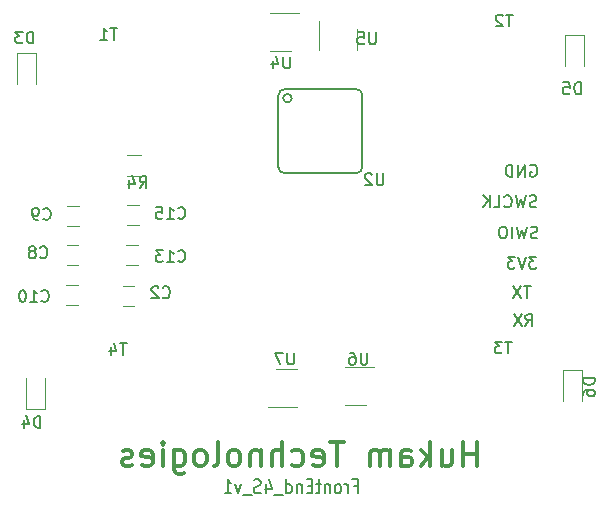
<source format=gbo>
G04 #@! TF.GenerationSoftware,KiCad,Pcbnew,5.1.6-c6e7f7d~87~ubuntu18.04.1*
G04 #@! TF.CreationDate,2020-10-14T05:15:15+05:30*
G04 #@! TF.ProjectId,FrontEnd_4S,46726f6e-7445-46e6-945f-34532e6b6963,rev?*
G04 #@! TF.SameCoordinates,Original*
G04 #@! TF.FileFunction,Legend,Bot*
G04 #@! TF.FilePolarity,Positive*
%FSLAX46Y46*%
G04 Gerber Fmt 4.6, Leading zero omitted, Abs format (unit mm)*
G04 Created by KiCad (PCBNEW 5.1.6-c6e7f7d~87~ubuntu18.04.1) date 2020-10-14 05:15:15*
%MOMM*%
%LPD*%
G01*
G04 APERTURE LIST*
%ADD10C,0.150000*%
%ADD11C,0.200000*%
%ADD12C,0.300000*%
%ADD13C,0.120000*%
G04 APERTURE END LIST*
D10*
X137725446Y-99027240D02*
X138058780Y-98551050D01*
X138296875Y-99027240D02*
X138296875Y-98027240D01*
X137915922Y-98027240D01*
X137820684Y-98074860D01*
X137773065Y-98122479D01*
X137725446Y-98217717D01*
X137725446Y-98360574D01*
X137773065Y-98455812D01*
X137820684Y-98503431D01*
X137915922Y-98551050D01*
X138296875Y-98551050D01*
X137392113Y-98027240D02*
X136725446Y-99027240D01*
X136725446Y-98027240D02*
X137392113Y-99027240D01*
X138163204Y-95685360D02*
X137591776Y-95685360D01*
X137877490Y-96685360D02*
X137877490Y-95685360D01*
X137353680Y-95685360D02*
X136687014Y-96685360D01*
X136687014Y-95685360D02*
X137353680Y-96685360D01*
X138639395Y-93183460D02*
X138020347Y-93183460D01*
X138353680Y-93564413D01*
X138210823Y-93564413D01*
X138115585Y-93612032D01*
X138067966Y-93659651D01*
X138020347Y-93754889D01*
X138020347Y-93992984D01*
X138067966Y-94088222D01*
X138115585Y-94135841D01*
X138210823Y-94183460D01*
X138496538Y-94183460D01*
X138591776Y-94135841D01*
X138639395Y-94088222D01*
X137734633Y-93183460D02*
X137401300Y-94183460D01*
X137067966Y-93183460D01*
X136829871Y-93183460D02*
X136210823Y-93183460D01*
X136544157Y-93564413D01*
X136401300Y-93564413D01*
X136306061Y-93612032D01*
X136258442Y-93659651D01*
X136210823Y-93754889D01*
X136210823Y-93992984D01*
X136258442Y-94088222D01*
X136306061Y-94135841D01*
X136401300Y-94183460D01*
X136687014Y-94183460D01*
X136782252Y-94135841D01*
X136829871Y-94088222D01*
X138649744Y-88946621D02*
X138506887Y-88994240D01*
X138268792Y-88994240D01*
X138173554Y-88946621D01*
X138125935Y-88899002D01*
X138078316Y-88803764D01*
X138078316Y-88708526D01*
X138125935Y-88613288D01*
X138173554Y-88565669D01*
X138268792Y-88518050D01*
X138459268Y-88470431D01*
X138554506Y-88422812D01*
X138602125Y-88375193D01*
X138649744Y-88279955D01*
X138649744Y-88184717D01*
X138602125Y-88089479D01*
X138554506Y-88041860D01*
X138459268Y-87994240D01*
X138221173Y-87994240D01*
X138078316Y-88041860D01*
X137744982Y-87994240D02*
X137506887Y-88994240D01*
X137316411Y-88279955D01*
X137125935Y-88994240D01*
X136887840Y-87994240D01*
X135935459Y-88899002D02*
X135983078Y-88946621D01*
X136125935Y-88994240D01*
X136221173Y-88994240D01*
X136364030Y-88946621D01*
X136459268Y-88851383D01*
X136506887Y-88756145D01*
X136554506Y-88565669D01*
X136554506Y-88422812D01*
X136506887Y-88232336D01*
X136459268Y-88137098D01*
X136364030Y-88041860D01*
X136221173Y-87994240D01*
X136125935Y-87994240D01*
X135983078Y-88041860D01*
X135935459Y-88089479D01*
X135030697Y-88994240D02*
X135506887Y-88994240D01*
X135506887Y-87994240D01*
X134697363Y-88994240D02*
X134697363Y-87994240D01*
X134125935Y-88994240D02*
X134554506Y-88422812D01*
X134125935Y-87994240D02*
X134697363Y-88565669D01*
X138730787Y-91572981D02*
X138587930Y-91620600D01*
X138349835Y-91620600D01*
X138254597Y-91572981D01*
X138206978Y-91525362D01*
X138159359Y-91430124D01*
X138159359Y-91334886D01*
X138206978Y-91239648D01*
X138254597Y-91192029D01*
X138349835Y-91144410D01*
X138540311Y-91096791D01*
X138635549Y-91049172D01*
X138683168Y-91001553D01*
X138730787Y-90906315D01*
X138730787Y-90811077D01*
X138683168Y-90715839D01*
X138635549Y-90668220D01*
X138540311Y-90620600D01*
X138302216Y-90620600D01*
X138159359Y-90668220D01*
X137826025Y-90620600D02*
X137587930Y-91620600D01*
X137397454Y-90906315D01*
X137206978Y-91620600D01*
X136968882Y-90620600D01*
X136587930Y-91620600D02*
X136587930Y-90620600D01*
X135921263Y-90620600D02*
X135730787Y-90620600D01*
X135635549Y-90668220D01*
X135540311Y-90763458D01*
X135492692Y-90953934D01*
X135492692Y-91287267D01*
X135540311Y-91477743D01*
X135635549Y-91572981D01*
X135730787Y-91620600D01*
X135921263Y-91620600D01*
X136016501Y-91572981D01*
X136111740Y-91477743D01*
X136159359Y-91287267D01*
X136159359Y-90953934D01*
X136111740Y-90763458D01*
X136016501Y-90668220D01*
X135921263Y-90620600D01*
X138135264Y-85443440D02*
X138230502Y-85395820D01*
X138373360Y-85395820D01*
X138516217Y-85443440D01*
X138611455Y-85538678D01*
X138659074Y-85633916D01*
X138706693Y-85824392D01*
X138706693Y-85967249D01*
X138659074Y-86157725D01*
X138611455Y-86252963D01*
X138516217Y-86348201D01*
X138373360Y-86395820D01*
X138278121Y-86395820D01*
X138135264Y-86348201D01*
X138087645Y-86300582D01*
X138087645Y-85967249D01*
X138278121Y-85967249D01*
X137659074Y-86395820D02*
X137659074Y-85395820D01*
X137087645Y-86395820D01*
X137087645Y-85395820D01*
X136611455Y-86395820D02*
X136611455Y-85395820D01*
X136373360Y-85395820D01*
X136230502Y-85443440D01*
X136135264Y-85538678D01*
X136087645Y-85633916D01*
X136040026Y-85824392D01*
X136040026Y-85967249D01*
X136087645Y-86157725D01*
X136135264Y-86252963D01*
X136230502Y-86348201D01*
X136373360Y-86395820D01*
X136611455Y-86395820D01*
D11*
X123205214Y-112586145D02*
X123538547Y-112586145D01*
X123538547Y-113214717D02*
X123538547Y-112014717D01*
X123062357Y-112014717D01*
X122681404Y-113214717D02*
X122681404Y-112414717D01*
X122681404Y-112643288D02*
X122633785Y-112529002D01*
X122586166Y-112471860D01*
X122490928Y-112414717D01*
X122395690Y-112414717D01*
X121919500Y-113214717D02*
X122014738Y-113157574D01*
X122062357Y-113100431D01*
X122109976Y-112986145D01*
X122109976Y-112643288D01*
X122062357Y-112529002D01*
X122014738Y-112471860D01*
X121919500Y-112414717D01*
X121776642Y-112414717D01*
X121681404Y-112471860D01*
X121633785Y-112529002D01*
X121586166Y-112643288D01*
X121586166Y-112986145D01*
X121633785Y-113100431D01*
X121681404Y-113157574D01*
X121776642Y-113214717D01*
X121919500Y-113214717D01*
X121157595Y-112414717D02*
X121157595Y-113214717D01*
X121157595Y-112529002D02*
X121109976Y-112471860D01*
X121014738Y-112414717D01*
X120871880Y-112414717D01*
X120776642Y-112471860D01*
X120729023Y-112586145D01*
X120729023Y-113214717D01*
X120395690Y-112414717D02*
X120014738Y-112414717D01*
X120252833Y-112014717D02*
X120252833Y-113043288D01*
X120205214Y-113157574D01*
X120109976Y-113214717D01*
X120014738Y-113214717D01*
X119681404Y-112586145D02*
X119348071Y-112586145D01*
X119205214Y-113214717D02*
X119681404Y-113214717D01*
X119681404Y-112014717D01*
X119205214Y-112014717D01*
X118776642Y-112414717D02*
X118776642Y-113214717D01*
X118776642Y-112529002D02*
X118729023Y-112471860D01*
X118633785Y-112414717D01*
X118490928Y-112414717D01*
X118395690Y-112471860D01*
X118348071Y-112586145D01*
X118348071Y-113214717D01*
X117443309Y-113214717D02*
X117443309Y-112014717D01*
X117443309Y-113157574D02*
X117538547Y-113214717D01*
X117729023Y-113214717D01*
X117824261Y-113157574D01*
X117871880Y-113100431D01*
X117919500Y-112986145D01*
X117919500Y-112643288D01*
X117871880Y-112529002D01*
X117824261Y-112471860D01*
X117729023Y-112414717D01*
X117538547Y-112414717D01*
X117443309Y-112471860D01*
X117205214Y-113329002D02*
X116443309Y-113329002D01*
X115776642Y-112414717D02*
X115776642Y-113214717D01*
X116014738Y-111957574D02*
X116252833Y-112814717D01*
X115633785Y-112814717D01*
X115300452Y-113157574D02*
X115157595Y-113214717D01*
X114919500Y-113214717D01*
X114824261Y-113157574D01*
X114776642Y-113100431D01*
X114729023Y-112986145D01*
X114729023Y-112871860D01*
X114776642Y-112757574D01*
X114824261Y-112700431D01*
X114919500Y-112643288D01*
X115109976Y-112586145D01*
X115205214Y-112529002D01*
X115252833Y-112471860D01*
X115300452Y-112357574D01*
X115300452Y-112243288D01*
X115252833Y-112129002D01*
X115205214Y-112071860D01*
X115109976Y-112014717D01*
X114871880Y-112014717D01*
X114729023Y-112071860D01*
X114538547Y-113329002D02*
X113776642Y-113329002D01*
X113633785Y-112414717D02*
X113395690Y-113214717D01*
X113157595Y-112414717D01*
X112252833Y-113214717D02*
X112824261Y-113214717D01*
X112538547Y-113214717D02*
X112538547Y-112014717D01*
X112633785Y-112186145D01*
X112729023Y-112300431D01*
X112824261Y-112357574D01*
D12*
X133580540Y-110896921D02*
X133580540Y-108896921D01*
X133580540Y-109849302D02*
X132437683Y-109849302D01*
X132437683Y-110896921D02*
X132437683Y-108896921D01*
X130628160Y-109563588D02*
X130628160Y-110896921D01*
X131485302Y-109563588D02*
X131485302Y-110611207D01*
X131390064Y-110801683D01*
X131199588Y-110896921D01*
X130913874Y-110896921D01*
X130723398Y-110801683D01*
X130628160Y-110706445D01*
X129675779Y-110896921D02*
X129675779Y-108896921D01*
X129485302Y-110135017D02*
X128913874Y-110896921D01*
X128913874Y-109563588D02*
X129675779Y-110325493D01*
X127199588Y-110896921D02*
X127199588Y-109849302D01*
X127294826Y-109658826D01*
X127485302Y-109563588D01*
X127866255Y-109563588D01*
X128056731Y-109658826D01*
X127199588Y-110801683D02*
X127390064Y-110896921D01*
X127866255Y-110896921D01*
X128056731Y-110801683D01*
X128151969Y-110611207D01*
X128151969Y-110420731D01*
X128056731Y-110230255D01*
X127866255Y-110135017D01*
X127390064Y-110135017D01*
X127199588Y-110039779D01*
X126247207Y-110896921D02*
X126247207Y-109563588D01*
X126247207Y-109754064D02*
X126151969Y-109658826D01*
X125961493Y-109563588D01*
X125675779Y-109563588D01*
X125485302Y-109658826D01*
X125390064Y-109849302D01*
X125390064Y-110896921D01*
X125390064Y-109849302D02*
X125294826Y-109658826D01*
X125104350Y-109563588D01*
X124818636Y-109563588D01*
X124628160Y-109658826D01*
X124532921Y-109849302D01*
X124532921Y-110896921D01*
X122342445Y-108896921D02*
X121199588Y-108896921D01*
X121771017Y-110896921D02*
X121771017Y-108896921D01*
X119771017Y-110801683D02*
X119961493Y-110896921D01*
X120342445Y-110896921D01*
X120532921Y-110801683D01*
X120628160Y-110611207D01*
X120628160Y-109849302D01*
X120532921Y-109658826D01*
X120342445Y-109563588D01*
X119961493Y-109563588D01*
X119771017Y-109658826D01*
X119675779Y-109849302D01*
X119675779Y-110039779D01*
X120628160Y-110230255D01*
X117961493Y-110801683D02*
X118151969Y-110896921D01*
X118532921Y-110896921D01*
X118723398Y-110801683D01*
X118818636Y-110706445D01*
X118913874Y-110515969D01*
X118913874Y-109944540D01*
X118818636Y-109754064D01*
X118723398Y-109658826D01*
X118532921Y-109563588D01*
X118151969Y-109563588D01*
X117961493Y-109658826D01*
X117104350Y-110896921D02*
X117104350Y-108896921D01*
X116247207Y-110896921D02*
X116247207Y-109849302D01*
X116342445Y-109658826D01*
X116532921Y-109563588D01*
X116818636Y-109563588D01*
X117009112Y-109658826D01*
X117104350Y-109754064D01*
X115294826Y-109563588D02*
X115294826Y-110896921D01*
X115294826Y-109754064D02*
X115199588Y-109658826D01*
X115009112Y-109563588D01*
X114723398Y-109563588D01*
X114532921Y-109658826D01*
X114437683Y-109849302D01*
X114437683Y-110896921D01*
X113199588Y-110896921D02*
X113390064Y-110801683D01*
X113485302Y-110706445D01*
X113580540Y-110515969D01*
X113580540Y-109944540D01*
X113485302Y-109754064D01*
X113390064Y-109658826D01*
X113199588Y-109563588D01*
X112913874Y-109563588D01*
X112723398Y-109658826D01*
X112628160Y-109754064D01*
X112532921Y-109944540D01*
X112532921Y-110515969D01*
X112628160Y-110706445D01*
X112723398Y-110801683D01*
X112913874Y-110896921D01*
X113199588Y-110896921D01*
X111390064Y-110896921D02*
X111580540Y-110801683D01*
X111675779Y-110611207D01*
X111675779Y-108896921D01*
X110342445Y-110896921D02*
X110532921Y-110801683D01*
X110628160Y-110706445D01*
X110723398Y-110515969D01*
X110723398Y-109944540D01*
X110628160Y-109754064D01*
X110532921Y-109658826D01*
X110342445Y-109563588D01*
X110056731Y-109563588D01*
X109866255Y-109658826D01*
X109771017Y-109754064D01*
X109675779Y-109944540D01*
X109675779Y-110515969D01*
X109771017Y-110706445D01*
X109866255Y-110801683D01*
X110056731Y-110896921D01*
X110342445Y-110896921D01*
X107961493Y-109563588D02*
X107961493Y-111182636D01*
X108056731Y-111373112D01*
X108151969Y-111468350D01*
X108342445Y-111563588D01*
X108628160Y-111563588D01*
X108818636Y-111468350D01*
X107961493Y-110801683D02*
X108151969Y-110896921D01*
X108532921Y-110896921D01*
X108723398Y-110801683D01*
X108818636Y-110706445D01*
X108913874Y-110515969D01*
X108913874Y-109944540D01*
X108818636Y-109754064D01*
X108723398Y-109658826D01*
X108532921Y-109563588D01*
X108151969Y-109563588D01*
X107961493Y-109658826D01*
X107009112Y-110896921D02*
X107009112Y-109563588D01*
X107009112Y-108896921D02*
X107104350Y-108992160D01*
X107009112Y-109087398D01*
X106913874Y-108992160D01*
X107009112Y-108896921D01*
X107009112Y-109087398D01*
X105294826Y-110801683D02*
X105485302Y-110896921D01*
X105866255Y-110896921D01*
X106056731Y-110801683D01*
X106151969Y-110611207D01*
X106151969Y-109849302D01*
X106056731Y-109658826D01*
X105866255Y-109563588D01*
X105485302Y-109563588D01*
X105294826Y-109658826D01*
X105199588Y-109849302D01*
X105199588Y-110039779D01*
X106151969Y-110230255D01*
X104437683Y-110801683D02*
X104247207Y-110896921D01*
X103866255Y-110896921D01*
X103675779Y-110801683D01*
X103580540Y-110611207D01*
X103580540Y-110515969D01*
X103675779Y-110325493D01*
X103866255Y-110230255D01*
X104151969Y-110230255D01*
X104342445Y-110135017D01*
X104437683Y-109944540D01*
X104437683Y-109849302D01*
X104342445Y-109658826D01*
X104151969Y-109563588D01*
X103866255Y-109563588D01*
X103675779Y-109658826D01*
D10*
X117315000Y-78994000D02*
X123411000Y-78994000D01*
X123919000Y-79502000D02*
X123919000Y-85598000D01*
X123411000Y-86106000D02*
X117315000Y-86106000D01*
X116807000Y-85598000D02*
X116807000Y-79502000D01*
X117928210Y-79756000D02*
G75*
G03*
X117928210Y-79756000I-359210J0D01*
G01*
X123919000Y-85598000D02*
G75*
G02*
X123411000Y-86106000I-508000J0D01*
G01*
X123411000Y-78994000D02*
G75*
G02*
X123919000Y-79502000I0J-508000D01*
G01*
X117315000Y-86106000D02*
G75*
G02*
X116807000Y-85598000I0J508000D01*
G01*
X116807000Y-79502000D02*
G75*
G02*
X117315000Y-78994000I508000J0D01*
G01*
D13*
X103957000Y-86353500D02*
X105157000Y-86353500D01*
X105157000Y-84593500D02*
X103957000Y-84593500D01*
X140881000Y-102753000D02*
X140881000Y-105353000D01*
X142481000Y-102753000D02*
X142481000Y-105353000D01*
X140881000Y-102753000D02*
X142481000Y-102753000D01*
X141110000Y-74414600D02*
X141110000Y-77014600D01*
X142710000Y-74414600D02*
X142710000Y-77014600D01*
X141110000Y-74414600D02*
X142710000Y-74414600D01*
X97071100Y-106065000D02*
X97071100Y-103465000D01*
X95471100Y-106065000D02*
X95471100Y-103465000D01*
X97071100Y-106065000D02*
X95471100Y-106065000D01*
X94653200Y-75918200D02*
X94653200Y-78518200D01*
X96253200Y-75918200D02*
X96253200Y-78518200D01*
X94653200Y-75918200D02*
X96253200Y-75918200D01*
X103621000Y-95662400D02*
X104621000Y-95662400D01*
X104621000Y-97362400D02*
X103621000Y-97362400D01*
X98880000Y-92193000D02*
X99880000Y-92193000D01*
X99880000Y-93893000D02*
X98880000Y-93893000D01*
X99920700Y-90565000D02*
X98920700Y-90565000D01*
X98920700Y-88865000D02*
X99920700Y-88865000D01*
X98847000Y-95573500D02*
X99847000Y-95573500D01*
X99847000Y-97273500D02*
X98847000Y-97273500D01*
X104894000Y-93874600D02*
X103894000Y-93874600D01*
X103894000Y-92174600D02*
X104894000Y-92174600D01*
X103998000Y-88758600D02*
X104998000Y-88758600D01*
X104998000Y-90458600D02*
X103998000Y-90458600D01*
X117892000Y-75745000D02*
X116092000Y-75745000D01*
X116092000Y-72525000D02*
X118542000Y-72525000D01*
X120249000Y-75685200D02*
X120249000Y-73235200D01*
X123469000Y-73885200D02*
X123469000Y-75685200D01*
X124225000Y-105742000D02*
X122425000Y-105742000D01*
X122425000Y-102522000D02*
X124875000Y-102522000D01*
X118372000Y-105880000D02*
X115922000Y-105880000D01*
X116572000Y-102660000D02*
X118372000Y-102660000D01*
D10*
X125696884Y-86124800D02*
X125696884Y-86934324D01*
X125649265Y-87029562D01*
X125601646Y-87077181D01*
X125506408Y-87124800D01*
X125315932Y-87124800D01*
X125220694Y-87077181D01*
X125173075Y-87029562D01*
X125125456Y-86934324D01*
X125125456Y-86124800D01*
X124696884Y-86220039D02*
X124649265Y-86172420D01*
X124554027Y-86124800D01*
X124315932Y-86124800D01*
X124220694Y-86172420D01*
X124173075Y-86220039D01*
X124125456Y-86315277D01*
X124125456Y-86410515D01*
X124173075Y-86553372D01*
X124744503Y-87124800D01*
X124125456Y-87124800D01*
X105051326Y-87348280D02*
X105384660Y-86872090D01*
X105622755Y-87348280D02*
X105622755Y-86348280D01*
X105241802Y-86348280D01*
X105146564Y-86395900D01*
X105098945Y-86443519D01*
X105051326Y-86538757D01*
X105051326Y-86681614D01*
X105098945Y-86776852D01*
X105146564Y-86824471D01*
X105241802Y-86872090D01*
X105622755Y-86872090D01*
X104194183Y-86681614D02*
X104194183Y-87348280D01*
X104432279Y-86300661D02*
X104670374Y-87014947D01*
X104051326Y-87014947D01*
X143593880Y-103472664D02*
X142593880Y-103472664D01*
X142593880Y-103710760D01*
X142641500Y-103853617D01*
X142736738Y-103948855D01*
X142831976Y-103996474D01*
X143022452Y-104044093D01*
X143165309Y-104044093D01*
X143355785Y-103996474D01*
X143451023Y-103948855D01*
X143546261Y-103853617D01*
X143593880Y-103710760D01*
X143593880Y-103472664D01*
X142593880Y-104901236D02*
X142593880Y-104710760D01*
X142641500Y-104615521D01*
X142689119Y-104567902D01*
X142831976Y-104472664D01*
X143022452Y-104425045D01*
X143403404Y-104425045D01*
X143498642Y-104472664D01*
X143546261Y-104520283D01*
X143593880Y-104615521D01*
X143593880Y-104805998D01*
X143546261Y-104901236D01*
X143498642Y-104948855D01*
X143403404Y-104996474D01*
X143165309Y-104996474D01*
X143070071Y-104948855D01*
X143022452Y-104901236D01*
X142974833Y-104805998D01*
X142974833Y-104615521D01*
X143022452Y-104520283D01*
X143070071Y-104472664D01*
X143165309Y-104425045D01*
X142411675Y-79413360D02*
X142411675Y-78413360D01*
X142173580Y-78413360D01*
X142030722Y-78460980D01*
X141935484Y-78556218D01*
X141887865Y-78651456D01*
X141840246Y-78841932D01*
X141840246Y-78984789D01*
X141887865Y-79175265D01*
X141935484Y-79270503D01*
X142030722Y-79365741D01*
X142173580Y-79413360D01*
X142411675Y-79413360D01*
X140935484Y-78413360D02*
X141411675Y-78413360D01*
X141459294Y-78889551D01*
X141411675Y-78841932D01*
X141316437Y-78794313D01*
X141078341Y-78794313D01*
X140983103Y-78841932D01*
X140935484Y-78889551D01*
X140887865Y-78984789D01*
X140887865Y-79222884D01*
X140935484Y-79318122D01*
X140983103Y-79365741D01*
X141078341Y-79413360D01*
X141316437Y-79413360D01*
X141411675Y-79365741D01*
X141459294Y-79318122D01*
X96658655Y-107665780D02*
X96658655Y-106665780D01*
X96420560Y-106665780D01*
X96277702Y-106713400D01*
X96182464Y-106808638D01*
X96134845Y-106903876D01*
X96087226Y-107094352D01*
X96087226Y-107237209D01*
X96134845Y-107427685D01*
X96182464Y-107522923D01*
X96277702Y-107618161D01*
X96420560Y-107665780D01*
X96658655Y-107665780D01*
X95230083Y-106999114D02*
X95230083Y-107665780D01*
X95468179Y-106618161D02*
X95706274Y-107332447D01*
X95087226Y-107332447D01*
X96064295Y-75120760D02*
X96064295Y-74120760D01*
X95826200Y-74120760D01*
X95683342Y-74168380D01*
X95588104Y-74263618D01*
X95540485Y-74358856D01*
X95492866Y-74549332D01*
X95492866Y-74692189D01*
X95540485Y-74882665D01*
X95588104Y-74977903D01*
X95683342Y-75073141D01*
X95826200Y-75120760D01*
X96064295Y-75120760D01*
X95159533Y-74120760D02*
X94540485Y-74120760D01*
X94873819Y-74501713D01*
X94730961Y-74501713D01*
X94635723Y-74549332D01*
X94588104Y-74596951D01*
X94540485Y-74692189D01*
X94540485Y-74930284D01*
X94588104Y-75025522D01*
X94635723Y-75073141D01*
X94730961Y-75120760D01*
X95016676Y-75120760D01*
X95111914Y-75073141D01*
X95159533Y-75025522D01*
X103146904Y-73812180D02*
X102575476Y-73812180D01*
X102861190Y-74812180D02*
X102861190Y-73812180D01*
X101718333Y-74812180D02*
X102289761Y-74812180D01*
X102004047Y-74812180D02*
X102004047Y-73812180D01*
X102099285Y-73955038D01*
X102194523Y-74050276D01*
X102289761Y-74097895D01*
X136646904Y-72674280D02*
X136075476Y-72674280D01*
X136361190Y-73674280D02*
X136361190Y-72674280D01*
X135789761Y-72769519D02*
X135742142Y-72721900D01*
X135646904Y-72674280D01*
X135408809Y-72674280D01*
X135313571Y-72721900D01*
X135265952Y-72769519D01*
X135218333Y-72864757D01*
X135218333Y-72959995D01*
X135265952Y-73102852D01*
X135837380Y-73674280D01*
X135218333Y-73674280D01*
X103951904Y-100525380D02*
X103380476Y-100525380D01*
X103666190Y-101525380D02*
X103666190Y-100525380D01*
X102618571Y-100858714D02*
X102618571Y-101525380D01*
X102856666Y-100477761D02*
X103094761Y-101192047D01*
X102475714Y-101192047D01*
X136541904Y-100370380D02*
X135970476Y-100370380D01*
X136256190Y-101370380D02*
X136256190Y-100370380D01*
X135732380Y-100370380D02*
X135113333Y-100370380D01*
X135446666Y-100751333D01*
X135303809Y-100751333D01*
X135208571Y-100798952D01*
X135160952Y-100846571D01*
X135113333Y-100941809D01*
X135113333Y-101179904D01*
X135160952Y-101275142D01*
X135208571Y-101322761D01*
X135303809Y-101370380D01*
X135589523Y-101370380D01*
X135684761Y-101322761D01*
X135732380Y-101275142D01*
X107009786Y-96597762D02*
X107057405Y-96645381D01*
X107200262Y-96693000D01*
X107295500Y-96693000D01*
X107438358Y-96645381D01*
X107533596Y-96550143D01*
X107581215Y-96454905D01*
X107628834Y-96264429D01*
X107628834Y-96121572D01*
X107581215Y-95931096D01*
X107533596Y-95835858D01*
X107438358Y-95740620D01*
X107295500Y-95693000D01*
X107200262Y-95693000D01*
X107057405Y-95740620D01*
X107009786Y-95788239D01*
X106628834Y-95788239D02*
X106581215Y-95740620D01*
X106485977Y-95693000D01*
X106247881Y-95693000D01*
X106152643Y-95740620D01*
X106105024Y-95788239D01*
X106057405Y-95883477D01*
X106057405Y-95978715D01*
X106105024Y-96121572D01*
X106676453Y-96693000D01*
X106057405Y-96693000D01*
X96633326Y-93211922D02*
X96680945Y-93259541D01*
X96823802Y-93307160D01*
X96919040Y-93307160D01*
X97061898Y-93259541D01*
X97157136Y-93164303D01*
X97204755Y-93069065D01*
X97252374Y-92878589D01*
X97252374Y-92735732D01*
X97204755Y-92545256D01*
X97157136Y-92450018D01*
X97061898Y-92354780D01*
X96919040Y-92307160D01*
X96823802Y-92307160D01*
X96680945Y-92354780D01*
X96633326Y-92402399D01*
X96061898Y-92735732D02*
X96157136Y-92688113D01*
X96204755Y-92640494D01*
X96252374Y-92545256D01*
X96252374Y-92497637D01*
X96204755Y-92402399D01*
X96157136Y-92354780D01*
X96061898Y-92307160D01*
X95871421Y-92307160D01*
X95776183Y-92354780D01*
X95728564Y-92402399D01*
X95680945Y-92497637D01*
X95680945Y-92545256D01*
X95728564Y-92640494D01*
X95776183Y-92688113D01*
X95871421Y-92735732D01*
X96061898Y-92735732D01*
X96157136Y-92783351D01*
X96204755Y-92830970D01*
X96252374Y-92926208D01*
X96252374Y-93116684D01*
X96204755Y-93211922D01*
X96157136Y-93259541D01*
X96061898Y-93307160D01*
X95871421Y-93307160D01*
X95776183Y-93259541D01*
X95728564Y-93211922D01*
X95680945Y-93116684D01*
X95680945Y-92926208D01*
X95728564Y-92830970D01*
X95776183Y-92783351D01*
X95871421Y-92735732D01*
X96907646Y-89975962D02*
X96955265Y-90023581D01*
X97098122Y-90071200D01*
X97193360Y-90071200D01*
X97336218Y-90023581D01*
X97431456Y-89928343D01*
X97479075Y-89833105D01*
X97526694Y-89642629D01*
X97526694Y-89499772D01*
X97479075Y-89309296D01*
X97431456Y-89214058D01*
X97336218Y-89118820D01*
X97193360Y-89071200D01*
X97098122Y-89071200D01*
X96955265Y-89118820D01*
X96907646Y-89166439D01*
X96431456Y-90071200D02*
X96240980Y-90071200D01*
X96145741Y-90023581D01*
X96098122Y-89975962D01*
X96002884Y-89833105D01*
X95955265Y-89642629D01*
X95955265Y-89261677D01*
X96002884Y-89166439D01*
X96050503Y-89118820D01*
X96145741Y-89071200D01*
X96336218Y-89071200D01*
X96431456Y-89118820D01*
X96479075Y-89166439D01*
X96526694Y-89261677D01*
X96526694Y-89499772D01*
X96479075Y-89595010D01*
X96431456Y-89642629D01*
X96336218Y-89690248D01*
X96145741Y-89690248D01*
X96050503Y-89642629D01*
X96002884Y-89595010D01*
X95955265Y-89499772D01*
X96743757Y-96902542D02*
X96791376Y-96950161D01*
X96934233Y-96997780D01*
X97029471Y-96997780D01*
X97172328Y-96950161D01*
X97267566Y-96854923D01*
X97315185Y-96759685D01*
X97362804Y-96569209D01*
X97362804Y-96426352D01*
X97315185Y-96235876D01*
X97267566Y-96140638D01*
X97172328Y-96045400D01*
X97029471Y-95997780D01*
X96934233Y-95997780D01*
X96791376Y-96045400D01*
X96743757Y-96093019D01*
X95791376Y-96997780D02*
X96362804Y-96997780D01*
X96077090Y-96997780D02*
X96077090Y-95997780D01*
X96172328Y-96140638D01*
X96267566Y-96235876D01*
X96362804Y-96283495D01*
X95172328Y-95997780D02*
X95077090Y-95997780D01*
X94981852Y-96045400D01*
X94934233Y-96093019D01*
X94886614Y-96188257D01*
X94838995Y-96378733D01*
X94838995Y-96616828D01*
X94886614Y-96807304D01*
X94934233Y-96902542D01*
X94981852Y-96950161D01*
X95077090Y-96997780D01*
X95172328Y-96997780D01*
X95267566Y-96950161D01*
X95315185Y-96902542D01*
X95362804Y-96807304D01*
X95410423Y-96616828D01*
X95410423Y-96378733D01*
X95362804Y-96188257D01*
X95315185Y-96093019D01*
X95267566Y-96045400D01*
X95172328Y-95997780D01*
X108321077Y-93529422D02*
X108368696Y-93577041D01*
X108511553Y-93624660D01*
X108606791Y-93624660D01*
X108749648Y-93577041D01*
X108844886Y-93481803D01*
X108892505Y-93386565D01*
X108940124Y-93196089D01*
X108940124Y-93053232D01*
X108892505Y-92862756D01*
X108844886Y-92767518D01*
X108749648Y-92672280D01*
X108606791Y-92624660D01*
X108511553Y-92624660D01*
X108368696Y-92672280D01*
X108321077Y-92719899D01*
X107368696Y-93624660D02*
X107940124Y-93624660D01*
X107654410Y-93624660D02*
X107654410Y-92624660D01*
X107749648Y-92767518D01*
X107844886Y-92862756D01*
X107940124Y-92910375D01*
X107035362Y-92624660D02*
X106416315Y-92624660D01*
X106749648Y-93005613D01*
X106606791Y-93005613D01*
X106511553Y-93053232D01*
X106463934Y-93100851D01*
X106416315Y-93196089D01*
X106416315Y-93434184D01*
X106463934Y-93529422D01*
X106511553Y-93577041D01*
X106606791Y-93624660D01*
X106892505Y-93624660D01*
X106987743Y-93577041D01*
X107035362Y-93529422D01*
X108321077Y-89884522D02*
X108368696Y-89932141D01*
X108511553Y-89979760D01*
X108606791Y-89979760D01*
X108749648Y-89932141D01*
X108844886Y-89836903D01*
X108892505Y-89741665D01*
X108940124Y-89551189D01*
X108940124Y-89408332D01*
X108892505Y-89217856D01*
X108844886Y-89122618D01*
X108749648Y-89027380D01*
X108606791Y-88979760D01*
X108511553Y-88979760D01*
X108368696Y-89027380D01*
X108321077Y-89074999D01*
X107368696Y-89979760D02*
X107940124Y-89979760D01*
X107654410Y-89979760D02*
X107654410Y-88979760D01*
X107749648Y-89122618D01*
X107844886Y-89217856D01*
X107940124Y-89265475D01*
X106463934Y-88979760D02*
X106940124Y-88979760D01*
X106987743Y-89455951D01*
X106940124Y-89408332D01*
X106844886Y-89360713D01*
X106606791Y-89360713D01*
X106511553Y-89408332D01*
X106463934Y-89455951D01*
X106416315Y-89551189D01*
X106416315Y-89789284D01*
X106463934Y-89884522D01*
X106511553Y-89932141D01*
X106606791Y-89979760D01*
X106844886Y-89979760D01*
X106940124Y-89932141D01*
X106987743Y-89884522D01*
X117807244Y-76234060D02*
X117807244Y-77043584D01*
X117759625Y-77138822D01*
X117712006Y-77186441D01*
X117616768Y-77234060D01*
X117426292Y-77234060D01*
X117331054Y-77186441D01*
X117283435Y-77138822D01*
X117235816Y-77043584D01*
X117235816Y-76234060D01*
X116331054Y-76567394D02*
X116331054Y-77234060D01*
X116569149Y-76186441D02*
X116807244Y-76900727D01*
X116188197Y-76900727D01*
X125069504Y-74181720D02*
X125069504Y-74991244D01*
X125021885Y-75086482D01*
X124974266Y-75134101D01*
X124879028Y-75181720D01*
X124688552Y-75181720D01*
X124593314Y-75134101D01*
X124545695Y-75086482D01*
X124498076Y-74991244D01*
X124498076Y-74181720D01*
X123545695Y-74181720D02*
X124021885Y-74181720D01*
X124069504Y-74657911D01*
X124021885Y-74610292D01*
X123926647Y-74562673D01*
X123688552Y-74562673D01*
X123593314Y-74610292D01*
X123545695Y-74657911D01*
X123498076Y-74753149D01*
X123498076Y-74991244D01*
X123545695Y-75086482D01*
X123593314Y-75134101D01*
X123688552Y-75181720D01*
X123926647Y-75181720D01*
X124021885Y-75134101D01*
X124069504Y-75086482D01*
X124345604Y-101306380D02*
X124345604Y-102115904D01*
X124297985Y-102211142D01*
X124250366Y-102258761D01*
X124155128Y-102306380D01*
X123964652Y-102306380D01*
X123869414Y-102258761D01*
X123821795Y-102211142D01*
X123774176Y-102115904D01*
X123774176Y-101306380D01*
X122869414Y-101306380D02*
X123059890Y-101306380D01*
X123155128Y-101354000D01*
X123202747Y-101401619D01*
X123297985Y-101544476D01*
X123345604Y-101734952D01*
X123345604Y-102115904D01*
X123297985Y-102211142D01*
X123250366Y-102258761D01*
X123155128Y-102306380D01*
X122964652Y-102306380D01*
X122869414Y-102258761D01*
X122821795Y-102211142D01*
X122774176Y-102115904D01*
X122774176Y-101877809D01*
X122821795Y-101782571D01*
X122869414Y-101734952D01*
X122964652Y-101687333D01*
X123155128Y-101687333D01*
X123250366Y-101734952D01*
X123297985Y-101782571D01*
X123345604Y-101877809D01*
X118135304Y-101288600D02*
X118135304Y-102098124D01*
X118087685Y-102193362D01*
X118040066Y-102240981D01*
X117944828Y-102288600D01*
X117754352Y-102288600D01*
X117659114Y-102240981D01*
X117611495Y-102193362D01*
X117563876Y-102098124D01*
X117563876Y-101288600D01*
X117182923Y-101288600D02*
X116516257Y-101288600D01*
X116944828Y-102288600D01*
M02*

</source>
